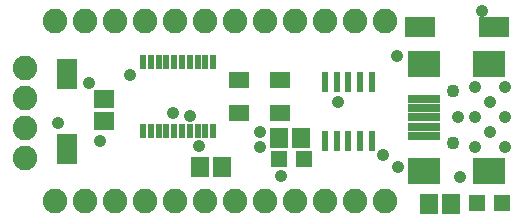
<source format=gbr>
G04 EAGLE Gerber RS-274X export*
G75*
%MOMM*%
%FSLAX34Y34*%
%LPD*%
%INSoldermask Top*%
%IPPOS*%
%AMOC8*
5,1,8,0,0,1.08239X$1,22.5*%
G01*
%ADD10R,0.603200X1.203200*%
%ADD11R,1.703200X1.503200*%
%ADD12R,1.803200X2.503200*%
%ADD13R,1.503200X1.703200*%
%ADD14R,1.403200X1.403200*%
%ADD15R,2.703200X0.703200*%
%ADD16R,2.703200X2.203200*%
%ADD17C,1.103200*%
%ADD18R,0.603200X1.703197*%
%ADD19R,0.838200X1.473200*%
%ADD20C,2.082800*%
%ADD21R,2.503200X1.803200*%
%ADD22C,1.061200*%


D10*
X176018Y76040D03*
X169414Y76040D03*
X162810Y75980D03*
X156206Y76040D03*
X149602Y76040D03*
X142998Y76040D03*
X136394Y76040D03*
X129790Y76040D03*
X123186Y76040D03*
X116582Y76040D03*
X116582Y134460D03*
X123186Y134460D03*
X129790Y134460D03*
X136394Y134460D03*
X142998Y134460D03*
X149602Y134460D03*
X156206Y134460D03*
X162810Y134520D03*
X169414Y134460D03*
X176018Y134460D03*
D11*
X83820Y84480D03*
X83820Y103480D03*
D12*
X52070Y61210D03*
X52070Y124210D03*
D13*
X183490Y45720D03*
X164490Y45720D03*
D14*
X420400Y15240D03*
X399400Y15240D03*
D13*
X377700Y14560D03*
X358700Y14560D03*
D15*
X354410Y87630D03*
X354410Y79630D03*
X354410Y103630D03*
X354410Y95630D03*
D16*
X409410Y132630D03*
X409410Y42630D03*
X354410Y132630D03*
X354410Y42630D03*
D15*
X354410Y71630D03*
D17*
X379410Y65630D03*
X379410Y109630D03*
D18*
X310510Y117711D03*
X290190Y117711D03*
X300510Y117711D03*
X280510Y117711D03*
X270510Y117711D03*
X270510Y67709D03*
X280510Y67709D03*
X290190Y67709D03*
X300510Y67709D03*
X310510Y67709D03*
D19*
X202184Y119380D03*
X194056Y119380D03*
X202184Y91440D03*
X194056Y91440D03*
D20*
X41910Y168910D03*
X67310Y168910D03*
X92710Y168910D03*
X118110Y168910D03*
X143510Y168910D03*
X168910Y168910D03*
X194310Y168910D03*
X219710Y168910D03*
X245110Y168910D03*
X270510Y168910D03*
X270510Y16510D03*
X245110Y16510D03*
X219710Y16510D03*
X194310Y16510D03*
X168910Y16510D03*
X143510Y16510D03*
X118110Y16510D03*
X92710Y16510D03*
X67310Y16510D03*
X41910Y16510D03*
X295910Y16510D03*
X321310Y16510D03*
X295910Y168910D03*
X321310Y168910D03*
D19*
X228346Y119380D03*
X236474Y119380D03*
D14*
X232070Y52070D03*
X253070Y52070D03*
D13*
X250800Y69850D03*
X231800Y69850D03*
D19*
X228346Y91440D03*
X236474Y91440D03*
D21*
X413770Y163830D03*
X350770Y163830D03*
D20*
X16510Y129540D03*
X16510Y104140D03*
X16510Y78740D03*
X16510Y53340D03*
D22*
X383220Y87630D03*
X281620Y100330D03*
X80010Y67310D03*
X156210Y88900D03*
X215999Y62230D03*
X397510Y87630D03*
X397510Y113030D03*
X410210Y100330D03*
X422910Y87630D03*
X422910Y113030D03*
X422910Y62230D03*
X410210Y74930D03*
X397510Y62230D03*
X384810Y36830D03*
X105410Y123190D03*
X163830Y63500D03*
X332290Y45530D03*
X71120Y116840D03*
X320040Y55880D03*
X44450Y82550D03*
X331470Y139700D03*
X215900Y74930D03*
X142240Y91440D03*
X233300Y38020D03*
X403860Y177800D03*
M02*

</source>
